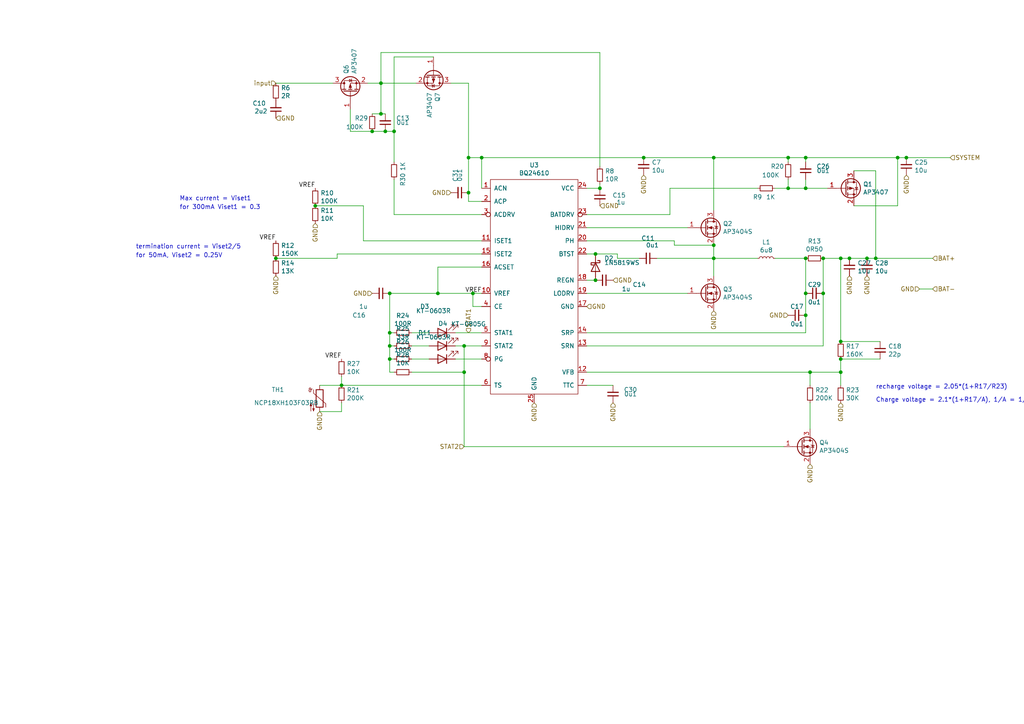
<source format=kicad_sch>
(kicad_sch (version 20231120) (generator "eeschema") (generator_version "8.0")
  (paper "A4")
  (lib_symbols
    (symbol "Device:C_Small" (pin_numbers hide) (pin_names (offset 0.254) hide)
      (property "Reference" "C" (at 0.254 1.778 0))
      (property "Value" "C_Small" (at 0.254 -2.032 0))
      (symbol "C_Small_0_1"
        (polyline (pts (xy -1.524 -0.508) (xy 1.524 -0.508)) (stroke (width 0.3302)))
        (polyline (pts (xy -1.524 0.508) (xy 1.524 0.508)) (stroke (width 0.3048)))
      )
      (symbol "C_Small_1_1"
        (pin passive line (at 0 2.54 270) (length 2.032) (name "~") (number "1"))
        (pin passive line (at 0 -2.54 90) (length 2.032) (name "~") (number "2"))
      )
    )
    (symbol "Device:D_Schottky" (pin_numbers hide) (pin_names (offset 1.016) hide)
      (property "Reference" "D" (at 0 2.54 0))
      (property "Value" "D_Schottky" (at 0 -2.54 0))
      (symbol "D_Schottky_0_1"
        (polyline (pts (xy 1.27 0) (xy -1.27 0)))
        (polyline (pts (xy 1.27 1.27) (xy 1.27 -1.27) (xy -1.27 0) (xy 1.27 1.27)) (stroke (width 0.254)))
        (polyline (pts (xy -1.905 0.635) (xy -1.905 1.27) (xy -1.27 1.27) (xy -1.27 -1.27) (xy -0.635 -1.27) (xy -0.635 -0.635)) (stroke (width 0.254)))
      )
      (symbol "D_Schottky_1_1"
        (pin passive line (at -3.81 0 0) (length 2.54) (name "K") (number "1"))
        (pin passive line (at 3.81 0 180) (length 2.54) (name "A") (number "2"))
      )
    )
    (symbol "Device:LED" (pin_numbers hide) (pin_names (offset 1.016) hide)
      (property "Reference" "D" (at 0 2.54 0))
      (property "Value" "LED" (at 0 -2.54 0))
      (symbol "LED_0_1"
        (polyline (pts (xy -1.27 -1.27) (xy -1.27 1.27)) (stroke (width 0.254)))
        (polyline (pts (xy -1.27 0) (xy 1.27 0)))
        (polyline (pts (xy 1.27 -1.27) (xy 1.27 1.27) (xy -1.27 0) (xy 1.27 -1.27)) (stroke (width 0.254)))
        (polyline (pts (xy -3.048 -0.762) (xy -4.572 -2.286) (xy -3.81 -2.286) (xy -4.572 -2.286) (xy -4.572 -1.524)))
        (polyline (pts (xy -1.778 -0.762) (xy -3.302 -2.286) (xy -2.54 -2.286) (xy -3.302 -2.286) (xy -3.302 -1.524)))
      )
      (symbol "LED_1_1"
        (pin passive line (at -3.81 0 0) (length 2.54) (name "K") (number "1"))
        (pin passive line (at 3.81 0 180) (length 2.54) (name "A") (number "2"))
      )
    )
    (symbol "Device:L_Small" (pin_numbers hide) (pin_names (offset 0.254) hide)
      (property "Reference" "L" (at 0.762 1.016 0))
      (property "Value" "L_Small" (at 0.762 -1.016 0))
      (symbol "L_Small_0_1"
        (arc (start 0 -2.032) (mid 0.5058 -1.524) (end 0 -1.016))
        (arc (start 0 -1.016) (mid 0.5058 -0.508) (end 0 0))
        (arc (start 0 0) (mid 0.5058 0.508) (end 0 1.016))
        (arc (start 0 1.016) (mid 0.5058 1.524) (end 0 2.032))
      )
      (symbol "L_Small_1_1"
        (pin passive line (at 0 2.54 270) (length 0.508) (name "~") (number "1"))
        (pin passive line (at 0 -2.54 90) (length 0.508) (name "~") (number "2"))
      )
    )
    (symbol "Device:R_Small" (pin_numbers hide) (pin_names (offset 0.254) hide)
      (property "Reference" "R" (at 0.762 0.508 0))
      (property "Value" "R_Small" (at 0.762 -1.016 0))
      (symbol "R_Small_0_1"
        (rectangle (start -0.762 1.778) (end 0.762 -1.778) (stroke (width 0.2032)))
      )
      (symbol "R_Small_1_1"
        (pin passive line (at 0 2.54 270) (length 0.762) (name "~") (number "1"))
        (pin passive line (at 0 -2.54 90) (length 0.762) (name "~") (number "2"))
      )
    )
    (symbol "Device:Thermistor_NTC" (pin_numbers hide) (pin_names (offset 0))
      (property "Reference" "TH" (at -4.445 0 90))
      (property "Value" "Thermistor_NTC" (at 3.175 0 90))
      (symbol "Thermistor_NTC_0_1"
        (arc (start -3.048 2.159) (mid -3.0495 2.3143) (end -3.175 2.413))
        (arc (start -3.048 2.159) (mid -2.9736 1.9794) (end -2.794 1.905))
        (arc (start -3.048 2.794) (mid -2.9736 2.6144) (end -2.794 2.54))
        (arc (start -2.794 1.905) (mid -2.6144 1.9794) (end -2.54 2.159))
        (arc (start -2.794 2.54) (mid -2.4393 2.5587) (end -2.159 2.794))
        (arc (start -2.794 3.048) (mid -2.9736 2.9736) (end -3.048 2.794))
        (arc (start -2.54 2.794) (mid -2.6144 2.9736) (end -2.794 3.048))
        (rectangle (start -1.016 2.54) (end 1.016 -2.54) (stroke (width 0.254)))
        (polyline (pts (xy -2.54 2.159) (xy -2.54 2.794)))
        (polyline (pts (xy -1.778 2.54) (xy -1.778 1.524) (xy 1.778 -1.524) (xy 1.778 -2.54)))
        (polyline (pts (xy -2.54 -3.683) (xy -2.54 -1.397) (xy -2.794 -2.159) (xy -2.286 -2.159) (xy -2.54 -1.397) (xy -2.54 -1.651)) (fill (type outline)))
        (polyline (pts (xy -1.778 -1.397) (xy -1.778 -3.683) (xy -2.032 -2.921) (xy -1.524 -2.921) (xy -1.778 -3.683) (xy -1.778 -3.429)) (fill (type outline)))
      )
      (symbol "Thermistor_NTC_1_1"
        (pin passive line (at 0 3.81 270) (length 1.27) (name "~") (number "1"))
        (pin passive line (at 0 -3.81 90) (length 1.27) (name "~") (number "2"))
      )
    )
    (symbol "Transistor_FET:AO3400A" (pin_names hide)
      (property "Reference" "Q" (at 5.08 1.905 0))
      (property "Value" "AO3400A" (at 5.08 0 0))
      (symbol "AO3400A_0_1"
        (polyline (pts (xy 0.254 0) (xy -2.54 0)))
        (polyline (pts (xy 0.254 1.905) (xy 0.254 -1.905)) (stroke (width 0.254)))
        (polyline (pts (xy 0.762 -1.27) (xy 0.762 -2.286)) (stroke (width 0.254)))
        (polyline (pts (xy 0.762 0.508) (xy 0.762 -0.508)) (stroke (width 0.254)))
        (polyline (pts (xy 0.762 2.286) (xy 0.762 1.27)) (stroke (width 0.254)))
        (polyline (pts (xy 2.54 2.54) (xy 2.54 1.778)))
        (polyline (pts (xy 2.54 -2.54) (xy 2.54 0) (xy 0.762 0)))
        (polyline (pts (xy 0.762 -1.778) (xy 3.302 -1.778) (xy 3.302 1.778) (xy 0.762 1.778)))
        (polyline (pts (xy 1.016 0) (xy 2.032 0.381) (xy 2.032 -0.381) (xy 1.016 0)) (fill (type outline)))
        (polyline (pts (xy 2.794 0.508) (xy 2.921 0.381) (xy 3.683 0.381) (xy 3.81 0.254)))
        (polyline (pts (xy 3.302 0.381) (xy 2.921 -0.254) (xy 3.683 -0.254) (xy 3.302 0.381)))
        (circle (center 1.651 0) (radius 2.794) (stroke (width 0.254)))
        (circle (center 2.54 -1.778) (radius 0.254) (fill (type outline)))
        (circle (center 2.54 1.778) (radius 0.254) (fill (type outline)))
      )
      (symbol "AO3400A_1_1"
        (pin input line (at -5.08 0 0) (length 2.54) (name "G") (number "1"))
        (pin passive line (at 2.54 -5.08 90) (length 2.54) (name "S") (number "2"))
        (pin passive line (at 2.54 5.08 270) (length 2.54) (name "D") (number "3"))
      )
    )
    (symbol "Transistor_FET:AO3401A" (pin_names hide)
      (property "Reference" "Q" (at 5.08 1.905 0))
      (property "Value" "AO3401A" (at 5.08 0 0))
      (symbol "AO3401A_0_1"
        (polyline (pts (xy 0.254 0) (xy -2.54 0)))
        (polyline (pts (xy 0.254 1.905) (xy 0.254 -1.905)) (stroke (width 0.254)))
        (polyline (pts (xy 0.762 -1.27) (xy 0.762 -2.286)) (stroke (width 0.254)))
        (polyline (pts (xy 0.762 0.508) (xy 0.762 -0.508)) (stroke (width 0.254)))
        (polyline (pts (xy 0.762 2.286) (xy 0.762 1.27)) (stroke (width 0.254)))
        (polyline (pts (xy 2.54 2.54) (xy 2.54 1.778)))
        (polyline (pts (xy 2.54 -2.54) (xy 2.54 0) (xy 0.762 0)))
        (polyline (pts (xy 0.762 1.778) (xy 3.302 1.778) (xy 3.302 -1.778) (xy 0.762 -1.778)))
        (polyline (pts (xy 2.286 0) (xy 1.27 0.381) (xy 1.27 -0.381) (xy 2.286 0)) (fill (type outline)))
        (polyline (pts (xy 2.794 -0.508) (xy 2.921 -0.381) (xy 3.683 -0.381) (xy 3.81 -0.254)))
        (polyline (pts (xy 3.302 -0.381) (xy 2.921 0.254) (xy 3.683 0.254) (xy 3.302 -0.381)))
        (circle (center 1.651 0) (radius 2.794) (stroke (width 0.254)))
        (circle (center 2.54 -1.778) (radius 0.254) (fill (type outline)))
        (circle (center 2.54 1.778) (radius 0.254) (fill (type outline)))
      )
      (symbol "AO3401A_1_1"
        (pin input line (at -5.08 0 0) (length 2.54) (name "G") (number "1"))
        (pin passive line (at 2.54 -5.08 90) (length 2.54) (name "S") (number "2"))
        (pin passive line (at 2.54 5.08 270) (length 2.54) (name "D") (number "3"))
      )
    )
    (symbol "jantteri_right-rescue:BQ24610-voja-lib" (pin_names (offset 1.016))
      (property "Reference" "U" (at 0 0 0))
      (property "Value" "voja-lib_BQ24610" (at 0 11.43 0))
      (symbol "BQ24610-voja-lib_0_1"
        (rectangle (start -12.7 25.4) (end 12.7 -36.83))
      )
      (symbol "BQ24610-voja-lib_1_1"
        (pin input line (at -15.24 22.86 0) (length 2.54) (name "ACN") (number "1"))
        (pin output line (at -15.24 -7.62 0) (length 2.54) (name "VREF") (number "10"))
        (pin output line (at -15.24 7.62 0) (length 2.54) (name "ISET1") (number "11"))
        (pin output line (at 15.24 -30.48 180) (length 2.54) (name "VFB") (number "12"))
        (pin input line (at 15.24 -22.86 180) (length 2.54) (name "SRN") (number "13"))
        (pin input line (at 15.24 -19.05 180) (length 2.54) (name "SRP") (number "14"))
        (pin input line (at -15.24 3.81 0) (length 2.54) (name "ISET2") (number "15"))
        (pin input line (at -15.24 0 0) (length 2.54) (name "ACSET") (number "16"))
        (pin input line (at 15.24 -11.43 180) (length 2.54) (name "GND") (number "17"))
        (pin output line (at 15.24 -3.81 180) (length 2.54) (name "REGN") (number "18"))
        (pin output line (at 15.24 -7.62 180) (length 2.54) (name "LODRV") (number "19"))
        (pin input line (at -15.24 19.05 0) (length 2.54) (name "ACP") (number "2"))
        (pin output line (at 15.24 7.62 180) (length 2.54) (name "PH") (number "20"))
        (pin output line (at 15.24 11.43 180) (length 2.54) (name "HIDRV") (number "21"))
        (pin output line (at 15.24 3.81 180) (length 2.54) (name "BTST") (number "22"))
        (pin output inverted (at 15.24 15.24 180) (length 2.54) (name "BATDRV") (number "23"))
        (pin input line (at 15.24 22.86 180) (length 2.54) (name "VCC") (number "24"))
        (pin input line (at 0 -39.37 90) (length 2.54) (name "GND") (number "25"))
        (pin output inverted (at -15.24 15.24 0) (length 2.54) (name "ACDRV") (number "3"))
        (pin input line (at -15.24 -11.43 0) (length 2.54) (name "CE") (number "4"))
        (pin output line (at -15.24 -19.05 0) (length 2.54) (name "STAT1") (number "5"))
        (pin input line (at -15.24 -34.29 0) (length 2.54) (name "TS") (number "6"))
        (pin input line (at 15.24 -34.29 180) (length 2.54) (name "TTC") (number "7"))
        (pin output inverted (at -15.24 -26.67 0) (length 2.54) (name "PG") (number "8"))
        (pin output line (at -15.24 -22.86 0) (length 2.54) (name "STAT2") (number "9"))
      )
    )
  )
  (junction (at 134.62 100.33))
  (junction (at 234.95 107.95))
  (junction (at 111.76 38.1))
  (junction (at 113.03 104.14))
  (junction (at 254 74.93))
  (junction (at 260.35 45.72))
  (junction (at 113.03 96.52))
  (junction (at 243.84 104.14))
  (junction (at 110.49 33.02))
  (junction (at 137.16 85.09))
  (junction (at 134.62 107.95))
  (junction (at 233.68 74.93))
  (junction (at 233.68 91.44))
  (junction (at 127 85.09))
  (junction (at 207.01 71.12))
  (junction (at 243.84 74.93))
  (junction (at 173.99 54.61))
  (junction (at 107.95 38.1))
  (junction (at 233.68 85.09))
  (junction (at 113.03 85.09))
  (junction (at 172.72 81.28))
  (junction (at 233.68 54.61))
  (junction (at 243.84 99.06))
  (junction (at 110.49 24.13))
  (junction (at 228.6 45.72))
  (junction (at 207.01 45.72))
  (junction (at 80.01 74.93))
  (junction (at 251.46 74.93))
  (junction (at 172.72 73.66))
  (junction (at 228.6 54.61))
  (junction (at 243.84 107.95))
  (junction (at 135.89 45.72))
  (junction (at 114.3 38.1))
  (junction (at 207.01 74.93))
  (junction (at 262.89 45.72))
  (junction (at 91.44 59.69))
  (junction (at 139.7 45.72))
  (junction (at 238.76 74.93))
  (junction (at 113.03 100.33))
  (junction (at 238.76 85.09))
  (junction (at 246.38 74.93))
  (junction (at 233.68 45.72))
  (junction (at 186.69 45.72))
  (junction (at 99.06 111.76))
  (junction (at 135.89 55.88))
  (wire (pts (xy 195.58 69.85) (xy 195.58 71.12)))
  (wire (pts (xy 139.7 111.76) (xy 99.06 111.76)))
  (wire (pts (xy 238.76 74.93) (xy 243.84 74.93)))
  (wire (pts (xy 228.6 52.07) (xy 228.6 54.61)))
  (wire (pts (xy 114.3 52.07) (xy 114.3 62.23)))
  (wire (pts (xy 139.7 73.66) (xy 97.79 73.66)))
  (wire (pts (xy 139.7 58.42) (xy 135.89 58.42)))
  (wire (pts (xy 207.01 45.72) (xy 228.6 45.72)))
  (wire (pts (xy 224.79 74.93) (xy 233.68 74.93)))
  (wire (pts (xy 134.62 100.33) (xy 134.62 107.95)))
  (wire (pts (xy 91.44 59.69) (xy 105.41 59.69)))
  (wire (pts (xy 135.89 24.13) (xy 135.89 45.72)))
  (wire (pts (xy 130.81 24.13) (xy 135.89 24.13)))
  (wire (pts (xy 207.01 74.93) (xy 219.71 74.93)))
  (wire (pts (xy 135.89 55.88) (xy 135.89 45.72)))
  (wire (pts (xy 114.3 38.1) (xy 114.3 46.99)))
  (wire (pts (xy 172.72 73.66) (xy 179.07 73.66)))
  (wire (pts (xy 113.03 104.14) (xy 113.03 100.33)))
  (wire (pts (xy 170.18 107.95) (xy 234.95 107.95)))
  (wire (pts (xy 97.79 74.93) (xy 80.01 74.93)))
  (wire (pts (xy 119.38 107.95) (xy 134.62 107.95)))
  (wire (pts (xy 170.18 69.85) (xy 195.58 69.85)))
  (wire (pts (xy 105.41 69.85) (xy 139.7 69.85)))
  (wire (pts (xy 199.39 85.09) (xy 170.18 85.09)))
  (wire (pts (xy 114.3 100.33) (xy 113.03 100.33)))
  (wire (pts (xy 97.79 73.66) (xy 97.79 74.93)))
  (wire (pts (xy 132.08 100.33) (xy 134.62 100.33)))
  (wire (pts (xy 132.08 96.52) (xy 139.7 96.52)))
  (wire (pts (xy 139.7 77.47) (xy 127 77.47)))
  (wire (pts (xy 110.49 24.13) (xy 120.65 24.13)))
  (wire (pts (xy 254 49.53) (xy 247.65 49.53)))
  (wire (pts (xy 243.84 74.93) (xy 243.84 99.06)))
  (wire (pts (xy 106.68 24.13) (xy 110.49 24.13)))
  (wire (pts (xy 134.62 107.95) (xy 134.62 129.54)))
  (wire (pts (xy 233.68 85.09) (xy 233.68 91.44)))
  (wire (pts (xy 173.99 15.24) (xy 110.49 15.24)))
  (wire (pts (xy 228.6 46.99) (xy 228.6 45.72)))
  (wire (pts (xy 228.6 45.72) (xy 233.68 45.72)))
  (wire (pts (xy 170.18 96.52) (xy 233.68 96.52)))
  (wire (pts (xy 110.49 15.24) (xy 110.49 24.13)))
  (wire (pts (xy 114.3 16.51) (xy 114.3 38.1)))
  (wire (pts (xy 105.41 59.69) (xy 105.41 69.85)))
  (wire (pts (xy 139.7 62.23) (xy 114.3 62.23)))
  (wire (pts (xy 243.84 74.93) (xy 246.38 74.93)))
  (wire (pts (xy 125.73 16.51) (xy 114.3 16.51)))
  (wire (pts (xy 119.38 96.52) (xy 124.46 96.52)))
  (wire (pts (xy 173.99 54.61) (xy 173.99 53.34)))
  (wire (pts (xy 224.79 54.61) (xy 228.6 54.61)))
  (wire (pts (xy 114.3 38.1) (xy 111.76 38.1)))
  (wire (pts (xy 238.76 74.93) (xy 238.76 85.09)))
  (wire (pts (xy 139.7 45.72) (xy 186.69 45.72)))
  (wire (pts (xy 101.6 38.1) (xy 107.95 38.1)))
  (wire (pts (xy 110.49 33.02) (xy 110.49 24.13)))
  (wire (pts (xy 170.18 81.28) (xy 172.72 81.28)))
  (wire (pts (xy 195.58 71.12) (xy 207.01 71.12)))
  (wire (pts (xy 243.84 107.95) (xy 243.84 111.76)))
  (wire (pts (xy 260.35 59.69) (xy 260.35 45.72)))
  (wire (pts (xy 233.68 52.07) (xy 233.68 54.61)))
  (wire (pts (xy 107.95 38.1) (xy 111.76 38.1)))
  (wire (pts (xy 251.46 74.93) (xy 254 74.93)))
  (wire (pts (xy 80.01 24.13) (xy 96.52 24.13)))
  (wire (pts (xy 127 85.09) (xy 137.16 85.09)))
  (wire (pts (xy 137.16 85.09) (xy 139.7 85.09)))
  (wire (pts (xy 234.95 111.76) (xy 234.95 107.95)))
  (wire (pts (xy 247.65 59.69) (xy 260.35 59.69)))
  (wire (pts (xy 207.01 45.72) (xy 207.01 60.96)))
  (wire (pts (xy 207.01 71.12) (xy 207.01 74.93)))
  (wire (pts (xy 238.76 85.09) (xy 238.76 100.33)))
  (wire (pts (xy 113.03 96.52) (xy 113.03 85.09)))
  (wire (pts (xy 92.71 119.38) (xy 99.06 119.38)))
  (wire (pts (xy 113.03 85.09) (xy 127 85.09)))
  (wire (pts (xy 194.31 62.23) (xy 170.18 62.23)))
  (wire (pts (xy 177.8 111.76) (xy 170.18 111.76)))
  (wire (pts (xy 194.31 54.61) (xy 219.71 54.61)))
  (wire (pts (xy 233.68 45.72) (xy 260.35 45.72)))
  (wire (pts (xy 119.38 104.14) (xy 124.46 104.14)))
  (wire (pts (xy 243.84 104.14) (xy 255.27 104.14)))
  (wire (pts (xy 254 74.93) (xy 270.51 74.93)))
  (wire (pts (xy 99.06 109.22) (xy 99.06 111.76)))
  (wire (pts (xy 233.68 74.93) (xy 233.68 85.09)))
  (wire (pts (xy 135.89 45.72) (xy 139.7 45.72)))
  (wire (pts (xy 134.62 129.54) (xy 227.33 129.54)))
  (wire (pts (xy 194.31 62.23) (xy 194.31 54.61)))
  (wire (pts (xy 113.03 96.52) (xy 114.3 96.52)))
  (wire (pts (xy 243.84 104.14) (xy 243.84 107.95)))
  (wire (pts (xy 127 77.47) (xy 127 85.09)))
  (wire (pts (xy 134.62 100.33) (xy 139.7 100.33)))
  (wire (pts (xy 101.6 31.75) (xy 101.6 38.1)))
  (wire (pts (xy 139.7 88.9) (xy 137.16 88.9)))
  (wire (pts (xy 233.68 96.52) (xy 233.68 91.44)))
  (wire (pts (xy 173.99 15.24) (xy 173.99 48.26)))
  (wire (pts (xy 199.39 66.04) (xy 170.18 66.04)))
  (wire (pts (xy 139.7 54.61) (xy 139.7 45.72)))
  (wire (pts (xy 233.68 46.99) (xy 233.68 45.72)))
  (wire (pts (xy 139.7 104.14) (xy 132.08 104.14)))
  (wire (pts (xy 179.07 74.93) (xy 185.42 74.93)))
  (wire (pts (xy 113.03 100.33) (xy 113.03 96.52)))
  (wire (pts (xy 110.49 33.02) (xy 111.76 33.02)))
  (wire (pts (xy 228.6 54.61) (xy 233.68 54.61)))
  (wire (pts (xy 255.27 99.06) (xy 243.84 99.06)))
  (wire (pts (xy 179.07 73.66) (xy 179.07 74.93)))
  (wire (pts (xy 99.06 119.38) (xy 99.06 116.84)))
  (wire (pts (xy 234.95 116.84) (xy 234.95 124.46)))
  (wire (pts (xy 260.35 45.72) (xy 262.89 45.72)))
  (wire (pts (xy 246.38 74.93) (xy 251.46 74.93)))
  (wire (pts (xy 114.3 107.95) (xy 113.03 107.95)))
  (wire (pts (xy 186.69 45.72) (xy 207.01 45.72)))
  (wire (pts (xy 113.03 107.95) (xy 113.03 104.14)))
  (wire (pts (xy 254 74.93) (xy 254 49.53)))
  (wire (pts (xy 137.16 88.9) (xy 137.16 85.09)))
  (wire (pts (xy 170.18 100.33) (xy 238.76 100.33)))
  (wire (pts (xy 234.95 107.95) (xy 243.84 107.95)))
  (wire (pts (xy 207.01 74.93) (xy 207.01 80.01)))
  (wire (pts (xy 135.89 58.42) (xy 135.89 55.88)))
  (wire (pts (xy 124.46 100.33) (xy 119.38 100.33)))
  (wire (pts (xy 170.18 54.61) (xy 173.99 54.61)))
  (wire (pts (xy 107.95 33.02) (xy 110.49 33.02)))
  (wire (pts (xy 270.51 83.82) (xy 266.7 83.82)))
  (wire (pts (xy 262.89 45.72) (xy 275.59 45.72)))
  (wire (pts (xy 92.71 111.76) (xy 99.06 111.76)))
  (wire (pts (xy 190.5 74.93) (xy 207.01 74.93)))
  (wire (pts (xy 114.3 104.14) (xy 113.03 104.14)))
  (wire (pts (xy 170.18 73.66) (xy 172.72 73.66)))
  (wire (pts (xy 233.68 54.61) (xy 240.03 54.61)))
  (text "for 300mA Viset1 = 0.3" (at 52.07 60.96 0) (effects (font (size 1.27 1.27)) (justify left bottom)))
  (text "termination current = Viset2/5" (at 39.37 72.39 0) (effects (font (size 1.27 1.27)) (justify left bottom)))
  (text "recharge voltage = 2.05*(1+R17/R23)" (at 254 113.03 0) (effects (font (size 1.27 1.27)) (justify left bottom)))
  (text "for 50mA, Viset2 = 0.25V" (at 39.37 74.93 0) (effects (font (size 1.27 1.27)) (justify left bottom)))
  (text "Charge voltage = 2.1*(1+R17/A), 1/A = 1/R22 + 1/R23" (at 254 116.84 0) (effects (font (size 1.27 1.27)) (justify left bottom)))
  (text "Max current = Viset1" (at 52.07 58.42 0) (effects (font (size 1.27 1.27)) (justify left bottom)))
  (label "VREF" (at 139.7 85.09 180))
  (label "VREF" (at 91.44 54.61 180))
  (label "VREF" (at 99.06 104.14 180))
  (label "VREF" (at 80.01 69.85 180))
  (hierarchical_label "GND" (shape input) (at 246.38 80.01 270))
  (hierarchical_label "GND" (shape input) (at 80.01 34.29 0))
  (hierarchical_label "input" (shape input) (at 80.01 24.13 180))
  (hierarchical_label "GND" (shape input) (at 91.44 64.77 270))
  (hierarchical_label "BAT-" (shape input) (at 270.51 83.82 0))
  (hierarchical_label "GND" (shape input) (at 228.6 91.44 180))
  (hierarchical_label "GND" (shape input) (at 170.18 88.9 0))
  (hierarchical_label "GND" (shape input) (at 234.95 134.62 270))
  (hierarchical_label "GND" (shape input) (at 80.01 80.01 270))
  (hierarchical_label "STAT1" (shape input) (at 135.89 96.52 90))
  (hierarchical_label "GND" (shape input) (at 251.46 80.01 270))
  (hierarchical_label "GND" (shape input) (at 266.7 83.82 180))
  (hierarchical_label "GND" (shape input) (at 186.69 50.8 270))
  (hierarchical_label "SYSTEM" (shape input) (at 275.59 45.72 0))
  (hierarchical_label "GND" (shape input) (at 107.95 85.09 180))
  (hierarchical_label "STAT2" (shape input) (at 134.62 129.54 180))
  (hierarchical_label "GND" (shape input) (at 177.8 81.28 0))
  (hierarchical_label "GND" (shape input) (at 154.94 116.84 270))
  (hierarchical_label "BAT+" (shape input) (at 270.51 74.93 0))
  (hierarchical_label "GND" (shape input) (at 243.84 116.84 270))
  (hierarchical_label "GND" (shape input) (at 173.99 59.69 0))
  (hierarchical_label "GND" (shape input) (at 262.89 50.8 270))
  (hierarchical_label "GND" (shape input) (at 207.01 90.17 270))
  (hierarchical_label "GND" (shape input) (at 177.8 116.84 270))
  (hierarchical_label "GND" (shape input) (at 130.81 55.88 180))
  (hierarchical_label "GND" (shape input) (at 92.71 119.38 270))
  (symbol (lib_id "jantteri_right-rescue:BQ24610-voja-lib") (at 154.94 77.47 0) (unit 1)
    (property "Reference" "U3" (at 154.94 47.879 0))
    (property "Value" "BQ24610" (at 154.94 50.1904 0))
    (property "Footprint" "Package_DFN_QFN:QFN-24-1EP_4x4mm_P0.5mm_EP2.8x2.8mm" (effects (hide yes)))
    (property "Datasheet" "https://www.ti.com/lit/ds/symlink/bq24610.pdf?ts=1710227047727&ref_url=https%253A%252F%252Fwww.mouser.it%252F" (effects (hide yes)))
    (property "LCSC" "C19384" (effects (hide yes)))
  )
  (symbol (lib_id "Device:Thermistor_NTC") (at 92.71 115.57 0) (unit 1)
    (property "Reference" "TH1" (at 78.74 113.03 0) (effects (justify left)))
    (property "Value" "NCP18XH103F03RB" (at 73.66 116.84 0) (effects (justify left)))
    (property "Footprint" "Resistor_SMD:R_0603_1608Metric" (effects (hide yes)))
    (property "LCSC" "C13564" (effects (hide yes)))
  )
  (symbol (lib_id "Device:R_Small") (at 99.06 114.3 0) (unit 1)
    (property "Reference" "R21" (at 100.5586 113.1316 0) (effects (justify left)))
    (property "Value" "200K" (at 100.5586 115.443 0) (effects (justify left)))
    (property "Footprint" "Resistor_SMD:R_0402_1005Metric" (effects (hide yes)))
    (property "LCSC" "C25764" (effects (hide yes)))
  )
  (symbol (lib_id "Device:LED") (at 128.27 96.52 180) (unit 1)
    (property "Reference" "D3" (at 123.19 88.9 0))
    (property "Value" "KT-0603R" (at 125.73 90.17 0))
    (property "Footprint" "Diode_SMD:D_0603_1608Metric" (effects (hide yes)))
    (property "LCSC" "C2286" (effects (hide yes)))
  )
  (symbol (lib_id "Device:LED") (at 128.27 100.33 180) (unit 1)
    (property "Reference" "D4" (at 128.4478 93.853 0))
    (property "Value" "KT-0805G" (at 135.89 93.98 0))
    (property "Footprint" "Diode_SMD:D_0805_2012Metric" (effects (hide yes)))
    (property "LCSC" "C2297" (effects (hide yes)))
  )
  (symbol (lib_id "Device:C_Small") (at 110.49 85.09 270) (unit 1)
    (property "Reference" "C16" (at 104.14 91.44 90))
    (property "Value" "1u" (at 105.41 88.9 90))
    (property "Footprint" "Capacitor_SMD:C_0402_1005Metric" (effects (hide yes)))
    (property "LCSC" "C52923" (effects (hide yes)))
  )
  (symbol (lib_id "Transistor_FET:AO3400A") (at 204.47 66.04 0) (unit 1)
    (property "Reference" "Q2" (at 209.677 64.8716 0) (effects (justify left)))
    (property "Value" "AP3404S" (at 209.677 67.183 0) (effects (justify left)))
    (property "Footprint" "Package_TO_SOT_SMD:SOT-23" (effects (hide yes)))
    (property "Datasheet" "http://www.aosmd.com/pdfs/datasheet/AO3400A.pdf" (effects (hide yes)))
    (property "LCSC" "C2875959" (effects (hide yes)))
  )
  (symbol (lib_id "Transistor_FET:AO3400A") (at 204.47 85.09 0) (unit 1)
    (property "Reference" "Q3" (at 209.677 83.9216 0) (effects (justify left)))
    (property "Value" "AP3404S" (at 209.677 86.233 0) (effects (justify left)))
    (property "Footprint" "Package_TO_SOT_SMD:SOT-23" (effects (hide yes)))
    (property "Datasheet" "http://www.aosmd.com/pdfs/datasheet/AO3400A.pdf" (effects (hide yes)))
    (property "LCSC" "C2875959" (effects (hide yes)))
  )
  (symbol (lib_id "Transistor_FET:AO3401A") (at 245.11 54.61 0) (unit 1)
    (property "Reference" "Q1" (at 250.317 53.4416 0) (effects (justify left)))
    (property "Value" "AP3407" (at 250.317 55.753 0) (effects (justify left)))
    (property "Footprint" "Package_TO_SOT_SMD:SOT-23" (effects (hide yes)))
    (property "Datasheet" "http://www.aosmd.com/pdfs/datasheet/AO3401A.pdf" (effects (hide yes)))
    (property "LCSC" "C353080" (effects (hide yes)))
  )
  (symbol (lib_id "Device:R_Small") (at 222.25 54.61 90) (unit 1)
    (property "Reference" "R9" (at 219.71 57.15 90))
    (property "Value" "1K" (at 223.52 57.15 90))
    (property "Footprint" "Resistor_SMD:R_0402_1005Metric" (effects (hide yes)))
    (property "LCSC" "C11702" (effects (hide yes)))
  )
  (symbol (lib_id "Device:R_Small") (at 173.99 50.8 0) (unit 1)
    (property "Reference" "R8" (at 175.4886 49.6316 0) (effects (justify left)))
    (property "Value" "10R" (at 175.4886 51.943 0) (effects (justify left)))
    (property "Footprint" "Resistor_SMD:R_0603_1608Metric" (effects (hide yes)))
    (property "LCSC" "C22859" (effects (hide yes)))
  )
  (symbol (lib_id "Device:C_Small") (at 187.96 74.93 270) (unit 1)
    (property "Reference" "C11" (at 187.96 69.1134 90))
    (property "Value" "0u1" (at 189.23 71.12 90))
    (property "Footprint" "Capacitor_SMD:C_0603_1608Metric" (effects (hide yes)))
    (property "LCSC" "C14663" (effects (hide yes)))
  )
  (symbol (lib_id "Device:L_Small") (at 222.25 74.93 90) (unit 1)
    (property "Reference" "L1" (at 222.25 70.231 90))
    (property "Value" "6u8" (at 222.25 72.5424 90))
    (property "Footprint" "Inductor_SMD:L_Abracon_ASPI-0630LR" (effects (hide yes)))
    (property "LCSC" "C167221" (effects (hide yes)))
  )
  (symbol (lib_id "Device:R_Small") (at 236.22 74.93 270) (unit 1)
    (property "Reference" "R13" (at 236.22 69.9516 90))
    (property "Value" "0R50" (at 236.22 72.263 90))
    (property "Footprint" "Resistor_SMD:R_2512_6332Metric" (effects (hide yes)))
    (property "LCSC" "C2941069" (effects (hide yes)))
  )
  (symbol (lib_id "Device:C_Small") (at 231.14 91.44 90) (unit 1)
    (property "Reference" "C17" (at 231.14 88.9 90))
    (property "Value" "0u1" (at 231.14 93.98 90))
    (property "Footprint" "Capacitor_SMD:C_0603_1608Metric" (effects (hide yes)))
    (property "LCSC" "C14663" (effects (hide yes)))
  )
  (symbol (lib_id "Device:D_Schottky") (at 172.72 77.47 270) (unit 1)
    (property "Reference" "D2" (at 175.26 74.93 90) (effects (justify left)))
    (property "Value" "1N5819WS" (at 175.26 76.2 90) (effects (justify left)))
    (property "Footprint" "Diode_SMD:D_SOD-323" (effects (hide yes)))
    (property "LCSC" "C191023" (effects (hide yes)))
  )
  (symbol (lib_id "Device:C_Small") (at 175.26 81.28 270) (unit 1)
    (property "Reference" "C14" (at 185.42 82.55 90))
    (property "Value" "1u" (at 181.61 83.82 90))
    (property "Footprint" "Capacitor_SMD:C_0603_1608Metric" (effects (hide yes)))
    (property "LCSC" "C15849" (effects (hide yes)))
  )
  (symbol (lib_id "Device:R_Small") (at 91.44 57.15 0) (unit 1)
    (property "Reference" "R10" (at 92.9386 55.9816 0) (effects (justify left)))
    (property "Value" "100K" (at 92.9386 58.293 0) (effects (justify left)))
    (property "Footprint" "Resistor_SMD:R_0402_1005Metric" (effects (hide yes)))
    (property "LCSC" "C25741" (effects (hide yes)))
  )
  (symbol (lib_id "Device:R_Small") (at 80.01 72.39 0) (unit 1)
    (property "Reference" "R12" (at 81.5086 71.2216 0) (effects (justify left)))
    (property "Value" "150K" (at 81.5086 73.533 0) (effects (justify left)))
    (property "Footprint" "Resistor_SMD:R_0603_1608Metric" (effects (hide yes)))
    (property "LCSC" "C22807" (effects (hide yes)))
  )
  (symbol (lib_id "Device:R_Small") (at 80.01 77.47 0) (unit 1)
    (property "Reference" "R14" (at 81.5086 76.3016 0) (effects (justify left)))
    (property "Value" "13K" (at 81.5086 78.613 0) (effects (justify left)))
    (property "Footprint" "Resistor_SMD:R_0603_1608Metric" (effects (hide yes)))
    (property "LCSC" "C22797" (effects (hide yes)))
  )
  (symbol (lib_id "Device:R_Small") (at 91.44 62.23 0) (unit 1)
    (property "Reference" "R11" (at 92.9386 61.0616 0) (effects (justify left)))
    (property "Value" "10K" (at 92.9386 63.373 0) (effects (justify left)))
    (property "Footprint" "Resistor_SMD:R_0402_1005Metric" (effects (hide yes)))
    (property "LCSC" "C25744" (effects (hide yes)))
  )
  (symbol (lib_id "Device:R_Small") (at 243.84 101.6 180) (unit 1)
    (property "Reference" "R17" (at 245.3386 100.4316 0) (effects (justify right)))
    (property "Value" "160K" (at 245.3386 102.743 0) (effects (justify right)))
    (property "Footprint" "Resistor_SMD:R_0402_1005Metric" (effects (hide yes)))
    (property "LCSC" "C321320" (effects (hide yes)))
  )
  (symbol (lib_id "Device:R_Small") (at 243.84 114.3 180) (unit 1)
    (property "Reference" "R23" (at 245.3386 113.1316 0) (effects (justify right)))
    (property "Value" "30K" (at 245.3386 115.443 0) (effects (justify right)))
    (property "Footprint" "Resistor_SMD:R_0402_1005Metric" (effects (hide yes)))
    (property "LCSC" "C138008" (effects (hide yes)))
  )
  (symbol (lib_id "Device:R_Small") (at 234.95 114.3 180) (unit 1)
    (property "Reference" "R22" (at 236.4486 113.1316 0) (effects (justify right)))
    (property "Value" "200K" (at 236.4486 115.443 0) (effects (justify right)))
    (property "Footprint" "Resistor_SMD:R_0402_1005Metric" (effects (hide yes)))
    (property "LCSC" "C25764" (effects (hide yes)))
  )
  (symbol (lib_id "Device:C_Small") (at 255.27 101.6 0) (unit 1)
    (property "Reference" "C18" (at 257.6068 100.4316 0) (effects (justify left)))
    (property "Value" "22p" (at 257.6068 102.743 0) (effects (justify left)))
    (property "Footprint" "Capacitor_SMD:C_0805_2012Metric" (effects (hide yes)))
    (property "LCSC" "C107145" (effects (hide yes)))
  )
  (symbol (lib_id "Transistor_FET:AO3400A") (at 232.41 129.54 0) (unit 1)
    (property "Reference" "Q4" (at 237.617 128.3716 0) (effects (justify left)))
    (property "Value" "AP3404S" (at 237.617 130.683 0) (effects (justify left)))
    (property "Footprint" "Package_TO_SOT_SMD:SOT-23" (effects (hide yes)))
    (property "Datasheet" "http://www.aosmd.com/pdfs/datasheet/AO3400A.pdf" (effects (hide yes)))
    (property "LCSC" "C2875959" (effects (hide yes)))
  )
  (symbol (lib_id "Device:R_Small") (at 80.01 26.67 180) (unit 1)
    (property "Reference" "R6" (at 81.5086 25.5016 0) (effects (justify right)))
    (property "Value" "2R" (at 81.5086 27.813 0) (effects (justify right)))
    (property "Footprint" "Resistor_SMD:R_0603_1608Metric" (effects (hide yes)))
    (property "LCSC" "C22977" (effects (hide yes)))
  )
  (symbol (lib_id "Device:C_Small") (at 80.01 31.75 180) (unit 1)
    (property "Reference" "C10" (at 75.184 29.972 0))
    (property "Value" "2u2" (at 75.692 32.258 0))
    (property "Footprint" "Capacitor_SMD:C_0805_2012Metric" (effects (hide yes)))
    (property "LCSC" "C377773" (effects (hide yes)))
  )
  (symbol (lib_id "Device:C_Small") (at 186.69 48.26 180) (unit 1)
    (property "Reference" "C7" (at 189.0268 47.0916 0) (effects (justify right)))
    (property "Value" "10u" (at 189.0268 49.403 0) (effects (justify right)))
    (property "Footprint" "Capacitor_SMD:C_1206_3216Metric" (effects (hide yes)))
    (property "LCSC" "C13585" (effects (hide yes)))
  )
  (symbol (lib_id "Device:R_Small") (at 228.6 49.53 180) (unit 1)
    (property "Reference" "R20" (at 223.52 48.26 0) (effects (justify right)))
    (property "Value" "100K" (at 220.98 50.8 0) (effects (justify right)))
    (property "Footprint" "Resistor_SMD:R_0402_1005Metric" (effects (hide yes)))
    (property "LCSC" "C25741" (effects (hide yes)))
  )
  (symbol (lib_id "Device:R_Small") (at 116.84 96.52 270) (unit 1)
    (property "Reference" "R24" (at 116.84 91.5416 90))
    (property "Value" "100R" (at 116.84 93.853 90))
    (property "Footprint" "Resistor_SMD:R_0402_1005Metric" (effects (hide yes)))
    (property "LCSC" "C25076" (effects (hide yes)))
  )
  (symbol (lib_id "Device:R_Small") (at 116.84 100.33 270) (unit 1)
    (property "Reference" "R25" (at 116.84 95.3516 90))
    (property "Value" "33R" (at 116.84 97.663 90))
    (property "Footprint" "Resistor_SMD:R_0402_1005Metric" (effects (hide yes)))
    (property "LCSC" "C25105" (effects (hide yes)))
  )
  (symbol (lib_id "Device:R_Small") (at 116.84 104.14 270) (unit 1)
    (property "Reference" "R26" (at 116.84 99.1616 90))
    (property "Value" "100R" (at 116.84 101.473 90))
    (property "Footprint" "Resistor_SMD:R_0402_1005Metric" (effects (hide yes)))
    (property "LCSC" "C25076" (effects (hide yes)))
  )
  (symbol (lib_id "Device:R_Small") (at 116.84 107.95 270) (unit 1)
    (property "Reference" "R28" (at 116.84 102.9716 90))
    (property "Value" "10K" (at 116.84 105.283 90))
    (property "Footprint" "Resistor_SMD:R_0402_1005Metric" (effects (hide yes)))
    (property "LCSC" "C25744" (effects (hide yes)))
  )
  (symbol (lib_id "Device:R_Small") (at 99.06 106.68 180) (unit 1)
    (property "Reference" "R27" (at 100.5586 105.5116 0) (effects (justify right)))
    (property "Value" "10K" (at 100.5586 107.823 0) (effects (justify right)))
    (property "Footprint" "Resistor_SMD:R_0402_1005Metric" (effects (hide yes)))
    (property "LCSC" "C25744" (effects (hide yes)))
  )
  (symbol (lib_id "Device:C_Small") (at 236.22 85.09 90) (unit 1)
    (property "Reference" "C29" (at 236.22 82.55 90))
    (property "Value" "0u1" (at 236.22 87.63 90))
    (property "Footprint" "Capacitor_SMD:C_0603_1608Metric" (effects (hide yes)))
    (property "LCSC" "C14663" (effects (hide yes)))
  )
  (symbol (lib_id "Device:C_Small") (at 233.68 49.53 180) (unit 1)
    (property "Reference" "C26" (at 238.76 48.26 0))
    (property "Value" "0u1" (at 238.76 49.53 0))
    (property "Footprint" "Capacitor_SMD:C_0603_1608Metric" (effects (hide yes)))
    (property "LCSC" "C14663" (effects (hide yes)))
  )
  (symbol (lib_id "Device:C_Small") (at 177.8 114.3 180) (unit 1)
    (property "Reference" "C30" (at 182.88 113.03 0))
    (property "Value" "0u1" (at 182.88 114.3 0))
    (property "Footprint" "Capacitor_SMD:C_0603_1608Metric" (effects (hide yes)))
    (property "LCSC" "C14663" (effects (hide yes)))
  )
  (symbol (lib_id "Device:C_Small") (at 262.89 48.26 180) (unit 1)
    (property "Reference" "C25" (at 265.2268 47.0916 0) (effects (justify right)))
    (property "Value" "10u" (at 265.2268 49.403 0) (effects (justify right)))
    (property "Footprint" "Capacitor_SMD:C_1206_3216Metric" (effects (hide yes)))
    (property "LCSC" "C13585" (effects (hide yes)))
  )
  (symbol (lib_id "Device:C_Small") (at 246.38 77.47 180) (unit 1)
    (property "Reference" "C27" (at 248.7168 76.3016 0) (effects (justify right)))
    (property "Value" "10u" (at 248.7168 78.613 0) (effects (justify right)))
    (property "Footprint" "Capacitor_SMD:C_1206_3216Metric" (effects (hide yes)))
    (property "LCSC" "C13585" (effects (hide yes)))
  )
  (symbol (lib_id "Device:C_Small") (at 251.46 77.47 180) (unit 1)
    (property "Reference" "C28" (at 253.7968 76.3016 0) (effects (justify right)))
    (property "Value" "10u" (at 253.7968 78.613 0) (effects (justify right)))
    (property "Footprint" "Capacitor_SMD:C_1206_3216Metric" (effects (hide yes)))
    (property "LCSC" "C13585" (effects (hide yes)))
  )
  (symbol (lib_id "Device:LED") (at 128.27 104.14 180) (unit 1)
    (property "Reference" "D11" (at 123.19 96.52 0))
    (property "Value" "KT-0603R" (at 125.73 97.79 0))
    (property "Footprint" "Diode_SMD:D_0603_1608Metric" (effects (hide yes)))
    (property "LCSC" "C2286" (effects (hide yes)))
  )
  (symbol (lib_id "Device:R_Small") (at 114.3 49.53 180) (unit 1)
    (property "Reference" "R30" (at 116.84 52.07 90))
    (property "Value" "1K" (at 116.84 48.26 90))
    (property "Footprint" "Resistor_SMD:R_0402_1005Metric" (effects (hide yes)))
    (property "LCSC" "C11702" (effects (hide yes)))
  )
  (symbol (lib_id "Device:C_Small") (at 111.76 35.56 180) (unit 1)
    (property "Reference" "C13" (at 116.84 34.29 0))
    (property "Value" "0u1" (at 116.84 35.56 0))
    (property "Footprint" "Capacitor_SMD:C_0603_1608Metric" (effects (hide yes)))
    (property "LCSC" "C14663" (effects (hide yes)))
  )
  (symbol (lib_id "Transistor_FET:AO3401A") (at 125.73 21.59 270) (unit 1)
    (property "Reference" "Q7" (at 126.8984 26.797 0) (effects (justify left)))
    (property "Value" "AP3407" (at 124.587 26.797 0) (effects (justify left)))
    (property "Footprint" "Package_TO_SOT_SMD:SOT-23" (effects (hide yes)))
    (property "Datasheet" "http://www.aosmd.com/pdfs/datasheet/AO3401A.pdf" (effects (hide yes)))
    (property "LCSC" "C353080" (effects (hide yes)))
  )
  (symbol (lib_id "Device:C_Small") (at 133.35 55.88 270) (unit 1)
    (property "Reference" "C31" (at 132.08 50.8 0))
    (property "Value" "0u1" (at 133.35 50.8 0))
    (property "Footprint" "Capacitor_SMD:C_0603_1608Metric" (effects (hide yes)))
    (property "LCSC" "C14663" (effects (hide yes)))
  )
  (symbol (lib_id "Device:R_Small") (at 107.95 35.56 180) (unit 1)
    (property "Reference" "R29" (at 102.87 34.29 0) (effects (justify right)))
    (property "Value" "100K" (at 100.33 36.83 0) (effects (justify right)))
    (property "Footprint" "Resistor_SMD:R_0402_1005Metric" (effects (hide yes)))
    (property "LCSC" "C25741" (effects (hide yes)))
  )
  (symbol (lib_id "Device:C_Small") (at 173.99 57.15 0) (unit 1)
    (property "Reference" "C15" (at 179.578 56.642 0))
    (property "Value" "1u" (at 180.086 58.674 0))
    (property "Footprint" "Capacitor_SMD:C_0603_1608Metric" (effects (hide yes)))
    (property "LCSC" "C15849" (effects (hide yes)))
  )
  (symbol (lib_id "Transistor_FET:AO3401A") (at 101.6 26.67 90) (unit 1)
    (property "Reference" "Q6" (at 100.4316 21.463 0) (effects (justify left)))
    (property "Value" "AP3407" (at 102.743 21.463 0) (effects (justify left)))
    (property "Footprint" "Package_TO_SOT_SMD:SOT-23" (effects (hide yes)))
    (property "Datasheet" "http://www.aosmd.com/pdfs/datasheet/AO3401A.pdf" (effects (hide yes)))
    (property "LCSC" "C353080" (effects (hide yes)))
  )
)
</source>
